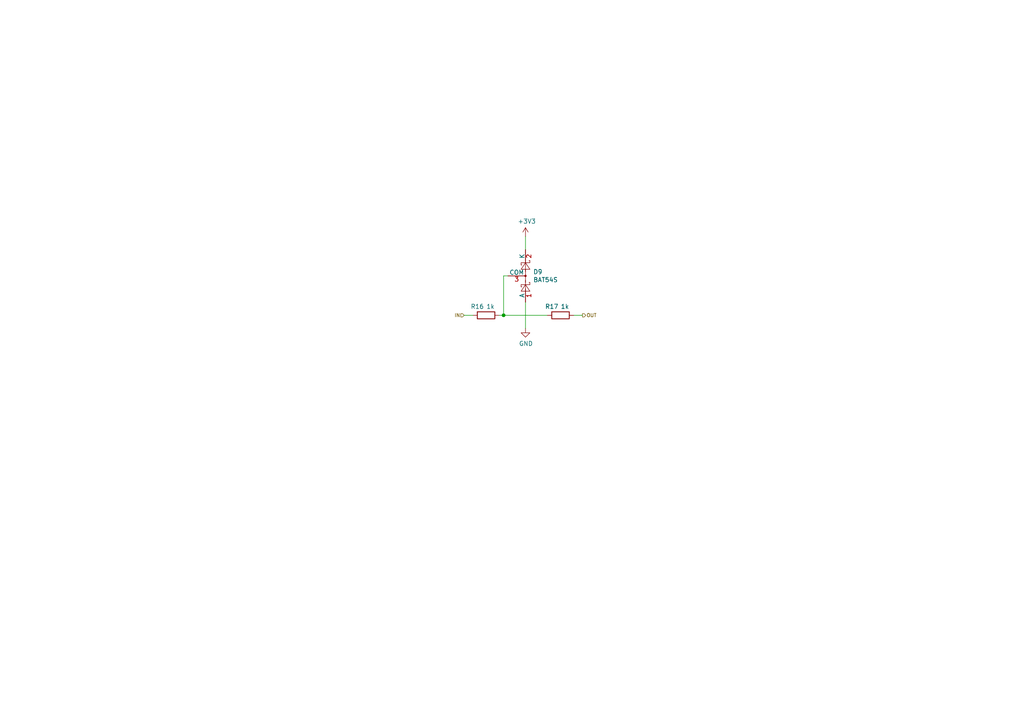
<source format=kicad_sch>
(kicad_sch (version 20230121) (generator eeschema)
  (paper "User" 297.002 210.007)
  (title_block (title "ESP-MAP (Standalone UPS Monitor)") (date "2024-01-07") (rev "rev01") (comment 1 "https://github.com/enriquewph/esp-map"))
  (lib_symbols
    (symbol "Device:R" (pin_numbers hide) (pin_names (offset 0))
      (property "Reference" "R" (at 2.032 0 90))
      (property "Value" "R" (at 0 0 90))
      (symbol "R_0_1"
        (rectangle (start -1.016 -2.54) (end 1.016 2.54) (stroke (width 0.254)))
      )
      (symbol "R_1_1"
        (pin passive line (at 0 3.81 270) (length 1.27) (name "~") (number "1"))
        (pin passive line (at 0 -3.81 90) (length 1.27) (name "~") (number "2"))
      )
    )
    (symbol "Diode:BAT54S" (pin_names (offset 0))
      (property "Reference" "D" (at 2.54 -5.08 0))
      (property "Value" "BAT54S" (at -6.35 3.175 0))
      (symbol "BAT54S_0_1"
        (polyline (pts (xy -3.81 0) (xy -1.27 0)))
        (polyline (pts (xy -3.175 -1.27) (xy -3.175 -1.016)))
        (polyline (pts (xy -2.54 -1.27) (xy -3.175 -1.27)))
        (polyline (pts (xy -2.54 -1.27) (xy -2.54 1.27)))
        (polyline (pts (xy -2.54 1.27) (xy -1.905 1.27)))
        (polyline (pts (xy -1.905 0) (xy 1.905 0)))
        (polyline (pts (xy -1.905 1.27) (xy -1.905 1.016)))
        (polyline (pts (xy 1.27 0) (xy 3.81 0)))
        (polyline (pts (xy 3.175 -1.27) (xy 3.175 -1.016)))
        (polyline (pts (xy 3.81 -1.27) (xy 3.175 -1.27)))
        (polyline (pts (xy 3.81 -1.27) (xy 3.81 1.27)))
        (polyline (pts (xy 3.81 1.27) (xy 4.445 1.27)))
        (polyline (pts (xy 4.445 1.27) (xy 4.445 1.016)))
        (polyline (pts (xy -4.445 1.27) (xy -4.445 -1.27) (xy -2.54 0) (xy -4.445 1.27)))
        (polyline (pts (xy 1.905 1.27) (xy 1.905 -1.27) (xy 3.81 0) (xy 1.905 1.27)))
        (circle (center 0 0) (radius 0.254) (fill (type outline)))
      )
      (symbol "BAT54S_1_1"
        (pin passive line (at -7.62 0 0) (length 3.81) (name "A") (number "1"))
        (pin passive line (at 7.62 0 180) (length 3.81) (name "K") (number "2"))
        (pin passive line (at 0 -5.08 90) (length 5.08) (name "COM") (number "3"))
      )
    )
    (symbol "power:+3V3" (power) (pin_names (offset 0))
      (property "Value" "+3V3" (at 0 3.556 0))
      (symbol "+3V3_0_1"
        (polyline (pts (xy -0.762 1.27) (xy 0 2.54)))
        (polyline (pts (xy 0 0) (xy 0 2.54)))
        (polyline (pts (xy 0 2.54) (xy 0.762 1.27)))
      )
      (symbol "+3V3_1_1"
        (pin power_in line (at 0 0 90) (length 0) hide (name "+3V3") (number "1"))
      )
    )
    (symbol "power:GND" (power) (pin_names (offset 0))
      (property "Value" "GND" (at 0 -3.81 0))
      (symbol "GND_0_1"
        (polyline (pts (xy 0 0) (xy 0 -1.27) (xy 1.27 -1.27) (xy 0 -2.54) (xy -1.27 -1.27) (xy 0 -1.27)))
      )
      (symbol "GND_1_1"
        (pin power_in line (at 0 0 270) (length 0) hide (name "GND") (number "1"))
      )
    )
  )
  (junction (at 146.05 91.44))
  (wire (pts (xy 146.05 91.44) (xy 144.78 91.44)))
  (wire (pts (xy 152.4 87.63) (xy 152.4 95.25)))
  (wire (pts (xy 152.4 68.58) (xy 152.4 72.39)))
  (wire (pts (xy 137.16 91.44) (xy 134.62 91.44)))
  (wire (pts (xy 147.32 80.01) (xy 146.05 80.01)))
  (wire (pts (xy 158.75 91.44) (xy 146.05 91.44)))
  (wire (pts (xy 146.05 80.01) (xy 146.05 91.44)))
  (wire (pts (xy 168.91 91.44) (xy 166.37 91.44)))
  (hierarchical_label "OUT" (shape output) (at 168.91 91.44 0) (effects (font (size 0.9906 0.9906))))
  (hierarchical_label "IN" (shape input) (at 134.62 91.44 180) (effects (font (size 0.9906 0.9906))))
  (symbol (lib_id "Diode:BAT54S") (at 152.4 80.01 270) (mirror x) (unit 1)
    (property "Reference" "D9" (at 154.6352 78.8416 90) (effects (justify left)))
    (property "Value" "BAT54S" (at 154.6352 81.153 90) (effects (justify left)))
    (property "Footprint" "Package_TO_SOT_SMD:SOT-23" (effects hide))
    (property "Datasheet" "https://rocelec.widen.net/view/pdf/gyex6hm7nf/PHGLS25648-1.pdf?t.download=true&u=5oefqw" (effects hide))
    (property "manf#" "BAT54S,215" (effects hide))
    (instances (project "UPSMonitorStandalone_rev01" (path "" (reference "D9") (unit 1)) (path "" (reference "D10") (unit 1)) (path "" (reference "D13") (unit 1)) (path "" (reference "D14") (unit 1))))
  )
  (symbol (lib_id "Device:R") (at 140.97 91.44 270) (unit 1)
    (property "Reference" "R16" (at 138.43 88.9 90))
    (property "Value" "1k" (at 142.24 88.9 90))
    (property "Footprint" "Resistor_SMD:R_1206_3216Metric" (effects hide))
    (property "Datasheet" "https://www.yageo.com/upload/media/product/productsearch/datasheet/rchip/PYu-RC_Group_51_RoHS_L_11.pdf" (effects hide))
    (property "manf#" "RC1206FR-071KL" (effects hide))
    (instances (project "UPSMonitorStandalone_rev01" (path "" (reference "R16") (unit 1)) (path "" (reference "R18") (unit 1)) (path "" (reference "R21") (unit 1)) (path "" (reference "R25") (unit 1))))
  )
  (symbol (lib_id "Device:R") (at 162.56 91.44 270) (unit 1)
    (property "Reference" "R17" (at 160.02 88.9 90))
    (property "Value" "1k" (at 163.83 88.9 90))
    (property "Footprint" "Resistor_SMD:R_1206_3216Metric" (effects hide))
    (property "Datasheet" "https://www.yageo.com/upload/media/product/productsearch/datasheet/rchip/PYu-RC_Group_51_RoHS_L_11.pdf" (effects hide))
    (property "manf#" "RC1206FR-071KL" (effects hide))
    (instances (project "UPSMonitorStandalone_rev01" (path "" (reference "R17") (unit 1)) (path "" (reference "R19") (unit 1)) (path "" (reference "R22") (unit 1)) (path "" (reference "R26") (unit 1))))
  )
  (symbol (lib_id "power:GND") (at 152.4 95.25 0) (unit 1)
    (property "Reference" "#PWR044" (effects hide))
    (property "Value" "GND" (at 152.527 99.6442 0))
    (instances (project "UPSMonitorStandalone_rev01" (path "" (reference "#PWR044") (unit 1)) (path "" (reference "#PWR046") (unit 1)) (path "" (reference "#PWR056") (unit 1)) (path "" (reference "#PWR067") (unit 1))))
  )
  (symbol (lib_id "power:+3V3") (at 152.4 68.58 0) (unit 1)
    (property "Reference" "#PWR043" (effects hide))
    (property "Value" "+3V3" (at 152.781 64.1858 0))
    (instances (project "UPSMonitorStandalone_rev01" (path "" (reference "#PWR043") (unit 1)) (path "" (reference "#PWR045") (unit 1)) (path "" (reference "#PWR055") (unit 1)) (path "" (reference "#PWR066") (unit 1))))
  )
)
</source>
